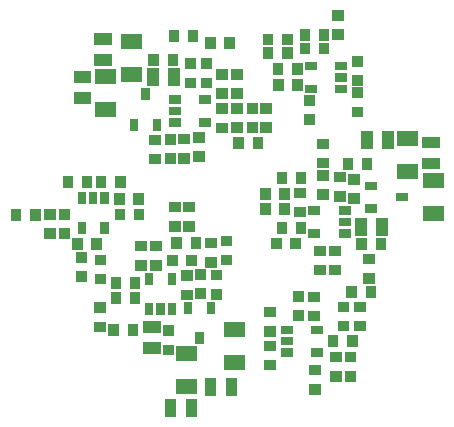
<source format=gbr>
G04 start of page 11 for group -4015 idx -4015
G04 Title: RADE, toppaste *
G04 Creator: pcb-bin 20060822 *
G04 CreationDate: Tue Dec 12 12:58:33 2006 UTC *
G04 For: stephan *
G04 Format: Gerber/RS-274X *
G04 PCB-Dimensions: 236220 236220 *
G04 PCB-Coordinate-Origin: lower left *
%MOIN*%
%FSLAX24Y24*%
%LNFRONTPASTE*%
%ADD11R,0.0350X0.0350*%
%ADD12R,0.0394X0.0394*%
%ADD13R,0.0280X0.0280*%
%ADD14R,0.0500X0.0500*%
G54D11*X10101Y13461D02*X10141D01*
X10101Y14101D02*X10141D01*
X10646Y9590D02*X10686D01*
X10646Y8950D02*X10686D01*
X15311Y12838D02*X15351D01*
X15311Y12198D02*X15351D01*
G54D12*X11001Y5952D02*Y5752D01*
X11701Y5952D02*Y5752D01*
X9672Y5244D02*Y5044D01*
X10372Y5244D02*Y5044D01*
X16932Y14188D02*Y13988D01*
X16232Y14188D02*Y13988D01*
X18260Y13294D02*X18460D01*
X18260Y13994D02*X18460D01*
X6638Y16184D02*X6838D01*
X6638Y15484D02*X6838D01*
X7308Y17434D02*X7508D01*
X7308Y16734D02*X7508D01*
G54D11*X15094Y7399D02*Y7359D01*
X15734Y7399D02*Y7359D01*
X12975Y7693D02*X13015D01*
X12975Y8333D02*X13015D01*
X15176Y6195D02*X15216D01*
X15176Y6835D02*X15216D01*
X12965Y7207D02*X13005D01*
X12965Y6567D02*X13005D01*
G54D13*X13480Y7750D02*X13600D01*
X13480Y7370D02*X13600D01*
X13480Y6990D02*X13600D01*
X14500D02*X14620D01*
X14500Y7750D02*X14620D01*
G54D11*X15649Y6195D02*X15689D01*
X15649Y6835D02*X15689D01*
X14471Y5764D02*X14511D01*
X14471Y6404D02*X14511D01*
X13901Y16460D02*Y16420D01*
X13261Y16460D02*Y16420D01*
X15882Y15653D02*X15922D01*
X15882Y15013D02*X15922D01*
X13262Y15925D02*Y15885D01*
X13902Y15925D02*Y15885D01*
X14786Y17149D02*Y17109D01*
X14146Y17149D02*Y17109D01*
X11637Y17326D02*Y17286D01*
X10997Y17326D02*Y17286D01*
X13566Y17444D02*Y17404D01*
X12926Y17444D02*Y17404D01*
X6893Y12700D02*Y12660D01*
X6253Y12700D02*Y12660D01*
G54D13*X7474Y12208D02*Y12088D01*
X7094Y12208D02*Y12088D01*
X6714Y12208D02*Y12088D01*
Y11188D02*Y11068D01*
X7474Y11188D02*Y11068D01*
G54D11*X7967Y12126D02*Y12086D01*
X8607Y12126D02*Y12086D01*
X6118Y11597D02*X6158D01*
X6118Y10957D02*X6158D01*
X6686Y10159D02*X6726D01*
X6686Y9519D02*X6726D01*
X13913Y8861D02*X13953D01*
X13913Y8221D02*X13953D01*
X7319Y10082D02*X7359D01*
X7319Y9442D02*X7359D01*
X14428Y8203D02*X14468D01*
X14428Y8843D02*X14468D01*
X15705Y9032D02*Y8992D01*
X16345Y9032D02*Y8992D01*
X15416Y7870D02*X15456D01*
X15416Y8510D02*X15456D01*
X15885Y16057D02*X15925D01*
X15885Y16697D02*X15925D01*
G54D13*X15297Y15773D02*X15417D01*
X15297Y16153D02*X15417D01*
X15297Y16533D02*X15417D01*
X14277D02*X14397D01*
X14277Y15773D02*X14397D01*
G54D11*X14287Y15396D02*X14327D01*
X14287Y14756D02*X14327D01*
X7772Y7753D02*Y7713D01*
X8412Y7753D02*Y7713D01*
X7208Y10633D02*Y10593D01*
X6568Y10633D02*Y10593D01*
X14785Y17605D02*Y17565D01*
X14145Y17605D02*Y17565D01*
X16262Y9464D02*X16302D01*
X16262Y10104D02*X16302D01*
X10418Y17559D02*Y17519D01*
X9778Y17559D02*Y17519D01*
X7358Y12693D02*Y12653D01*
X7998Y12693D02*Y12653D01*
X13566Y16991D02*Y16951D01*
X12926Y16991D02*Y16951D01*
X4522Y11594D02*Y11554D01*
X5162Y11594D02*Y11554D01*
X8627Y11614D02*Y11574D01*
X7987Y11614D02*Y11574D01*
X15967Y7870D02*X16007D01*
X15967Y8510D02*X16007D01*
X5626Y11597D02*X5666D01*
X5626Y10957D02*X5666D01*
X15232Y18232D02*X15272D01*
X15232Y17592D02*X15272D01*
X7302Y8489D02*X7342D01*
X7302Y7849D02*X7342D01*
X10377Y10082D02*Y10042D01*
X9737Y10082D02*Y10042D01*
X13976Y12308D02*X14016D01*
X13976Y11668D02*X14016D01*
X11374Y15121D02*X11414D01*
X11374Y14481D02*X11414D01*
X14020Y12834D02*Y12794D01*
X13380Y12834D02*Y12794D01*
X14625Y10378D02*X14665D01*
X14625Y9738D02*X14665D01*
X14743Y12898D02*X14783D01*
X14743Y12258D02*X14783D01*
X15137Y10379D02*X15177D01*
X15137Y9739D02*X15177D01*
X14021Y11161D02*Y11121D01*
X13381Y11161D02*Y11121D01*
X13469Y11791D02*Y11751D01*
X12829Y11791D02*Y11751D01*
X14724Y13302D02*X14764D01*
X14724Y13942D02*X14764D01*
X11180Y9572D02*X11220D01*
X11180Y8932D02*X11220D01*
X8488Y9331D02*Y9291D01*
X7848Y9331D02*Y9291D01*
X11003Y10634D02*X11043D01*
X11003Y9994D02*X11043D01*
X8489Y8838D02*Y8798D01*
X7849Y8838D02*Y8798D01*
X9172Y9896D02*X9212D01*
X9172Y10536D02*X9212D01*
G54D14*X11691Y6654D02*X11891D01*
X11691Y7754D02*X11891D01*
G54D13*X8960Y8485D02*Y8365D01*
X9340Y8485D02*Y8365D01*
X9720Y8485D02*Y8365D01*
Y9505D02*Y9385D01*
X8960Y9505D02*Y9385D01*
G54D11*X9802Y11195D02*X9842D01*
X9802Y11835D02*X9842D01*
X11515Y10713D02*X11555D01*
X11515Y10073D02*X11555D01*
X9586Y7721D02*X9626D01*
X9586Y7081D02*X9626D01*
G54D14*X10116Y6967D02*X10316D01*
X10116Y5867D02*X10316D01*
G54D13*X10254Y8542D02*Y8422D01*
X11014Y8542D02*Y8422D01*
X10634Y7522D02*Y7402D01*
G54D11*X13469Y12283D02*Y12243D01*
X12829Y12283D02*Y12243D01*
X15580Y13287D02*Y13247D01*
X16220Y13287D02*Y13247D01*
X11943Y13996D02*Y13956D01*
X12583Y13996D02*Y13956D01*
G54D12*X16728Y11281D02*Y11081D01*
X16028Y11281D02*Y11081D01*
G54D11*X9133Y13439D02*X9173D01*
X9133Y14079D02*X9173D01*
X12381Y15123D02*X12421D01*
X12381Y14483D02*X12421D01*
X15766Y12760D02*X15806D01*
X15766Y12120D02*X15806D01*
X10255Y11195D02*X10295D01*
X10255Y11835D02*X10295D01*
X10314Y15979D02*X10354D01*
X10314Y16619D02*X10354D01*
X10610Y14158D02*X10650D01*
X10610Y13518D02*X10650D01*
X12834Y15123D02*X12874D01*
X12834Y14483D02*X12874D01*
X11869Y14483D02*X11909D01*
X11869Y15123D02*X11909D01*
G54D12*X9078Y16261D02*Y16061D01*
X9778Y16261D02*Y16061D01*
G54D11*X9645Y13459D02*X9685D01*
X9645Y14099D02*X9685D01*
G54D13*X16299Y11790D02*X16419D01*
X16299Y12550D02*X16419D01*
X17319Y12170D02*X17439D01*
G54D11*X9749Y16752D02*Y16712D01*
X9109Y16752D02*Y16712D01*
G54D13*X9743Y15419D02*X9863D01*
X9743Y15039D02*X9863D01*
X9743Y14659D02*X9863D01*
X10763D02*X10883D01*
X10763Y15419D02*X10883D01*
G54D11*X13203Y10649D02*Y10609D01*
X13843Y10649D02*Y10609D01*
G54D13*X9213Y14648D02*Y14528D01*
X8453Y14648D02*Y14528D01*
X8833Y15668D02*Y15548D01*
G54D11*X11869Y16264D02*X11909D01*
X11869Y15624D02*X11909D01*
X10516Y10650D02*Y10610D01*
X9876Y10650D02*Y10610D01*
X8661Y10536D02*X8701D01*
X8661Y9896D02*X8701D01*
G54D14*X17459Y14113D02*X17659D01*
X17459Y13013D02*X17659D01*
G54D13*X15412Y10958D02*X15532D01*
X15412Y11338D02*X15532D01*
X15412Y11718D02*X15532D01*
X14392D02*X14512D01*
X14392Y10958D02*X14512D01*
G54D12*X8955Y7130D02*X9155D01*
X8955Y7830D02*X9155D01*
G54D11*X10196Y9552D02*X10236D01*
X10196Y8912D02*X10236D01*
G54D14*X8266Y16260D02*X8466D01*
X8266Y17360D02*X8466D01*
G54D11*X16038Y10630D02*Y10590D01*
X16678Y10630D02*Y10590D01*
G54D14*X18325Y11635D02*X18525D01*
X18325Y12735D02*X18525D01*
G54D11*X10846Y15979D02*X10886D01*
X10846Y16619D02*X10886D01*
X11358Y15624D02*X11398D01*
X11358Y16264D02*X11398D01*
G54D14*X7400Y16199D02*X7600D01*
X7400Y15099D02*X7600D01*
M02*

</source>
